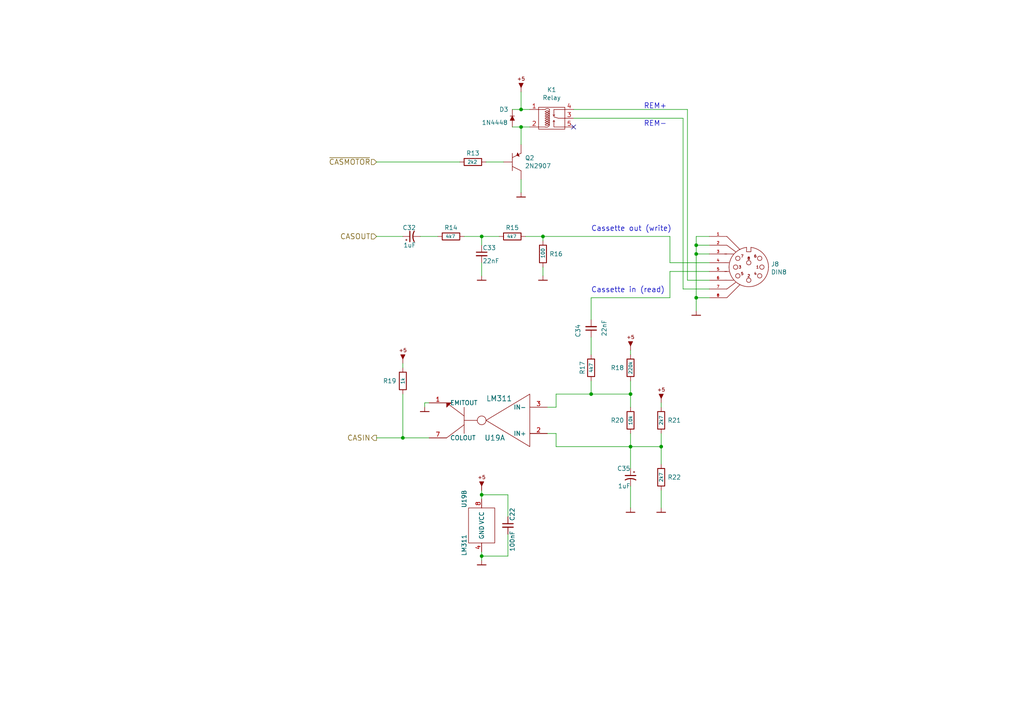
<source format=kicad_sch>
(kicad_sch (version 20211123) (generator eeschema)

  (uuid ba116096-3ccc-4cc8-a185-5325439e4e24)

  (paper "A4")

  (lib_symbols
    (symbol "artemisa:1N4448" (pin_numbers hide) (pin_names (offset 1.016)) (in_bom yes) (on_board yes)
      (property "Reference" "D" (id 0) (at 0 1.905 0)
        (effects (font (size 1.27 1.27)))
      )
      (property "Value" "1N4448" (id 1) (at 0 -1.905 0)
        (effects (font (size 1.27 1.27)))
      )
      (property "Footprint" "" (id 2) (at 1.27 0 0)
        (effects (font (size 1.524 1.524)) hide)
      )
      (property "Datasheet" "" (id 3) (at 1.27 0 0)
        (effects (font (size 1.524 1.524)) hide)
      )
      (symbol "1N4448_0_1"
        (polyline
          (pts
            (xy 0.635 0.635)
            (xy 0.635 -0.635)
          )
          (stroke (width 0) (type default) (color 0 0 0 0))
          (fill (type none))
        )
        (polyline
          (pts
            (xy -0.635 0.635)
            (xy -0.635 -0.635)
            (xy 0.635 0)
            (xy -0.635 0.635)
          )
          (stroke (width 0) (type default) (color 0 0 0 0))
          (fill (type outline))
        )
      )
      (symbol "1N4448_1_1"
        (pin passive line (at -2.54 0 0) (length 1.905)
          (name "~" (effects (font (size 1.27 1.27))))
          (number "1" (effects (font (size 1.27 1.27))))
        )
        (pin passive line (at 2.54 0 180) (length 1.905)
          (name "~" (effects (font (size 1.27 1.27))))
          (number "2" (effects (font (size 1.27 1.27))))
        )
      )
    )
    (symbol "artemisa:2N2907" (pin_numbers hide) (pin_names (offset 1.016) hide) (in_bom yes) (on_board yes)
      (property "Reference" "Q" (id 0) (at -3.81 3.81 0)
        (effects (font (size 1.27 1.27)))
      )
      (property "Value" "2N2907" (id 1) (at 2.54 0 0)
        (effects (font (size 1.27 1.27)))
      )
      (property "Footprint" "" (id 2) (at 0 0 0)
        (effects (font (size 1.524 1.524)) hide)
      )
      (property "Datasheet" "" (id 3) (at 0 0 0)
        (effects (font (size 1.524 1.524)) hide)
      )
      (symbol "2N2907_1_1"
        (polyline
          (pts
            (xy -2.54 -1.27)
            (xy 0 -2.54)
          )
          (stroke (width 0) (type default) (color 0 0 0 0))
          (fill (type none))
        )
        (polyline
          (pts
            (xy -2.54 1.27)
            (xy 0 2.54)
          )
          (stroke (width 0) (type default) (color 0 0 0 0))
          (fill (type none))
        )
        (polyline
          (pts
            (xy -2.54 2.54)
            (xy -2.54 -2.54)
          )
          (stroke (width 0) (type default) (color 0 0 0 0))
          (fill (type none))
        )
        (polyline
          (pts
            (xy -1.27 -1.905)
            (xy -1.016 -2.667)
            (xy -0.508 -1.651)
            (xy -1.27 -1.905)
          )
          (stroke (width 0) (type default) (color 0 0 0 0))
          (fill (type outline))
        )
        (pin input line (at 0 5.08 270) (length 2.54)
          (name "1C" (effects (font (size 1.27 1.27))))
          (number "1" (effects (font (size 1.27 1.27))))
        )
        (pin input line (at -5.08 0 0) (length 2.54)
          (name "B" (effects (font (size 1.27 1.27))))
          (number "2" (effects (font (size 1.27 1.27))))
        )
        (pin input line (at 0 -5.08 90) (length 2.54)
          (name "E" (effects (font (size 1.27 1.27))))
          (number "3" (effects (font (size 1.27 1.27))))
        )
      )
    )
    (symbol "artemisa:CP" (pin_numbers hide) (pin_names (offset 0.254) hide) (in_bom yes) (on_board yes)
      (property "Reference" "C" (id 0) (at 0.254 1.778 0)
        (effects (font (size 1.27 1.27)) (justify left))
      )
      (property "Value" "CP" (id 1) (at 0.254 -2.032 0)
        (effects (font (size 1.27 1.27)) (justify left))
      )
      (property "Footprint" "" (id 2) (at 0 0 0)
        (effects (font (size 1.27 1.27)) hide)
      )
      (property "Datasheet" "" (id 3) (at 0 0 0)
        (effects (font (size 1.27 1.27)) hide)
      )
      (property "ki_fp_filters" "CP_*" (id 4) (at 0 0 0)
        (effects (font (size 1.27 1.27)) hide)
      )
      (symbol "CP_0_1"
        (polyline
          (pts
            (xy -1.524 0.508)
            (xy 1.524 0.508)
          )
          (stroke (width 0.3048) (type default) (color 0 0 0 0))
          (fill (type none))
        )
        (polyline
          (pts
            (xy -1.27 1.524)
            (xy -0.762 1.524)
          )
          (stroke (width 0) (type default) (color 0 0 0 0))
          (fill (type none))
        )
        (polyline
          (pts
            (xy -1.016 1.27)
            (xy -1.016 1.778)
          )
          (stroke (width 0) (type default) (color 0 0 0 0))
          (fill (type none))
        )
        (arc (start 1.524 -0.762) (mid 0 -0.3734) (end -1.524 -0.762)
          (stroke (width 0.3048) (type default) (color 0 0 0 0))
          (fill (type none))
        )
      )
      (symbol "CP_1_1"
        (pin passive line (at 0 2.54 270) (length 2.032)
          (name "~" (effects (font (size 1.27 1.27))))
          (number "1" (effects (font (size 1.27 1.27))))
        )
        (pin passive line (at 0 -2.54 90) (length 2.032)
          (name "~" (effects (font (size 1.27 1.27))))
          (number "2" (effects (font (size 1.27 1.27))))
        )
      )
    )
    (symbol "artemisa:Cap" (pin_numbers hide) (pin_names (offset 0.254) hide) (in_bom yes) (on_board yes)
      (property "Reference" "C" (id 0) (at 0.254 1.778 0)
        (effects (font (size 1.27 1.27)) (justify left))
      )
      (property "Value" "Cap" (id 1) (at 0.254 -2.032 0)
        (effects (font (size 1.27 1.27)) (justify left))
      )
      (property "Footprint" "" (id 2) (at 0 0 0)
        (effects (font (size 1.27 1.27)) hide)
      )
      (property "Datasheet" "" (id 3) (at 0 0 0)
        (effects (font (size 1.27 1.27)) hide)
      )
      (property "ki_fp_filters" "C_*" (id 4) (at 0 0 0)
        (effects (font (size 1.27 1.27)) hide)
      )
      (symbol "Cap_0_1"
        (polyline
          (pts
            (xy -1.524 -0.508)
            (xy 1.524 -0.508)
          )
          (stroke (width 0.3302) (type default) (color 0 0 0 0))
          (fill (type none))
        )
        (polyline
          (pts
            (xy -1.524 0.508)
            (xy 1.524 0.508)
          )
          (stroke (width 0.3048) (type default) (color 0 0 0 0))
          (fill (type none))
        )
      )
      (symbol "Cap_1_1"
        (pin passive line (at 0 2.54 270) (length 2.032)
          (name "~" (effects (font (size 1.27 1.27))))
          (number "1" (effects (font (size 1.27 1.27))))
        )
        (pin passive line (at 0 -2.54 90) (length 2.032)
          (name "~" (effects (font (size 1.27 1.27))))
          (number "2" (effects (font (size 1.27 1.27))))
        )
      )
    )
    (symbol "artemisa:DIN8" (pin_names (offset 1.27) hide) (in_bom yes) (on_board yes)
      (property "Reference" "J" (id 0) (at 1.905 6.985 0)
        (effects (font (size 1.27 1.27)))
      )
      (property "Value" "DIN8" (id 1) (at 3.81 -6.985 0)
        (effects (font (size 1.27 1.27)))
      )
      (property "Footprint" "" (id 2) (at 0 0 0)
        (effects (font (size 1.27 1.27)) hide)
      )
      (property "Datasheet" "" (id 3) (at 0 0 0)
        (effects (font (size 1.27 1.27)) hide)
      )
      (symbol "DIN8_0_0"
        (polyline
          (pts
            (xy -0.635 5.715)
            (xy -0.635 4.445)
            (xy 0.635 4.445)
            (xy 0.635 5.715)
          )
          (stroke (width 0) (type default) (color 0 0 0 0))
          (fill (type none))
        )
        (text "1" (at 2.54 0 0)
          (effects (font (size 0.762 0.762)))
        )
        (text "2" (at 0 -2.54 0)
          (effects (font (size 0.762 0.762)))
        )
        (text "3" (at -2.54 0 0)
          (effects (font (size 0.762 0.762)))
        )
        (text "4" (at 1.905 -1.905 0)
          (effects (font (size 0.762 0.762)))
        )
        (text "5" (at -1.905 -1.905 0)
          (effects (font (size 0.762 0.762)))
        )
        (text "6" (at 1.905 3.175 0)
          (effects (font (size 0.762 0.762)))
        )
        (text "7" (at -1.905 3.175 0)
          (effects (font (size 0.762 0.762)))
        )
        (text "8" (at 0 2.54 0)
          (effects (font (size 0.762 0.762)))
        )
      )
      (symbol "DIN8_0_1"
        (arc (start -5.715 0) (mid 0 -5.715) (end 5.715 0)
          (stroke (width 0) (type default) (color 0 0 0 0))
          (fill (type none))
        )
        (circle (center -3.81 0) (radius 0.635)
          (stroke (width 0) (type default) (color 0 0 0 0))
          (fill (type none))
        )
        (circle (center -3.175 -2.54) (radius 0.635)
          (stroke (width 0) (type default) (color 0 0 0 0))
          (fill (type none))
        )
        (circle (center -3.175 2.54) (radius 0.635)
          (stroke (width 0) (type default) (color 0 0 0 0))
          (fill (type none))
        )
        (arc (start -0.635 5.715) (mid -4.2603 3.8255) (end -5.715 0)
          (stroke (width 0) (type default) (color 0 0 0 0))
          (fill (type none))
        )
        (circle (center 0 -3.81) (radius 0.635)
          (stroke (width 0) (type default) (color 0 0 0 0))
          (fill (type none))
        )
        (polyline
          (pts
            (xy -6.985 -3.81)
            (xy -4.445 -3.81)
          )
          (stroke (width 0) (type default) (color 0 0 0 0))
          (fill (type none))
        )
        (polyline
          (pts
            (xy -6.985 -1.27)
            (xy -5.715 -1.27)
          )
          (stroke (width 0) (type default) (color 0 0 0 0))
          (fill (type none))
        )
        (polyline
          (pts
            (xy -6.985 1.27)
            (xy -5.715 1.27)
          )
          (stroke (width 0) (type default) (color 0 0 0 0))
          (fill (type none))
        )
        (polyline
          (pts
            (xy -6.985 3.81)
            (xy -4.445 3.81)
          )
          (stroke (width 0) (type default) (color 0 0 0 0))
          (fill (type none))
        )
        (polyline
          (pts
            (xy -6.35 -8.89)
            (xy -2.54 -5.08)
          )
          (stroke (width 0) (type default) (color 0 0 0 0))
          (fill (type none))
        )
        (polyline
          (pts
            (xy -6.35 -6.35)
            (xy -3.81 -4.445)
          )
          (stroke (width 0) (type default) (color 0 0 0 0))
          (fill (type none))
        )
        (polyline
          (pts
            (xy -6.35 6.35)
            (xy -3.81 4.445)
          )
          (stroke (width 0) (type default) (color 0 0 0 0))
          (fill (type none))
        )
        (polyline
          (pts
            (xy -6.35 8.89)
            (xy -2.54 5.08)
          )
          (stroke (width 0) (type default) (color 0 0 0 0))
          (fill (type none))
        )
        (circle (center 0 1.27) (radius 0.635)
          (stroke (width 0) (type default) (color 0 0 0 0))
          (fill (type none))
        )
        (circle (center 3.175 -2.54) (radius 0.635)
          (stroke (width 0) (type default) (color 0 0 0 0))
          (fill (type none))
        )
        (circle (center 3.175 2.54) (radius 0.635)
          (stroke (width 0) (type default) (color 0 0 0 0))
          (fill (type none))
        )
        (circle (center 3.81 0) (radius 0.635)
          (stroke (width 0) (type default) (color 0 0 0 0))
          (fill (type none))
        )
        (arc (start 5.715 0) (mid 4.2698 3.8339) (end 0.635 5.715)
          (stroke (width 0) (type default) (color 0 0 0 0))
          (fill (type none))
        )
      )
      (symbol "DIN8_1_1"
        (pin input line (at -11.43 8.89 0) (length 5.08)
          (name "1" (effects (font (size 1.27 1.27))))
          (number "1" (effects (font (size 0.762 0.762))))
        )
        (pin input line (at -11.43 6.35 0) (length 5.08)
          (name "2" (effects (font (size 1.27 1.27))))
          (number "2" (effects (font (size 0.762 0.762))))
        )
        (pin input line (at -11.43 3.81 0) (length 5.08)
          (name "3" (effects (font (size 1.27 1.27))))
          (number "3" (effects (font (size 0.762 0.762))))
        )
        (pin input line (at -11.43 1.27 0) (length 5.08)
          (name "4" (effects (font (size 1.27 1.27))))
          (number "4" (effects (font (size 0.762 0.762))))
        )
        (pin input line (at -11.43 -1.27 0) (length 5.08)
          (name "5" (effects (font (size 1.27 1.27))))
          (number "5" (effects (font (size 0.762 0.762))))
        )
        (pin input line (at -11.43 -3.81 0) (length 5.08)
          (name "6" (effects (font (size 1.27 1.27))))
          (number "6" (effects (font (size 0.762 0.762))))
        )
        (pin input line (at -11.43 -6.35 0) (length 5.08)
          (name "7" (effects (font (size 1.27 1.27))))
          (number "7" (effects (font (size 0.762 0.762))))
        )
        (pin input line (at -11.43 -8.89 0) (length 5.08)
          (name "8" (effects (font (size 1.27 1.27))))
          (number "8" (effects (font (size 0.762 0.762))))
        )
      )
    )
    (symbol "artemisa:GND" (power) (pin_numbers hide) (pin_names (offset 0) hide) (in_bom yes) (on_board yes)
      (property "Reference" "#PWR" (id 0) (at 0 -2.54 0)
        (effects (font (size 1.524 1.524)) hide)
      )
      (property "Value" "GND" (id 1) (at 0 2.54 0)
        (effects (font (size 1.524 1.524)) hide)
      )
      (property "Footprint" "" (id 2) (at 0 0 0)
        (effects (font (size 1.524 1.524)) hide)
      )
      (property "Datasheet" "" (id 3) (at 0 0 0)
        (effects (font (size 1.524 1.524)) hide)
      )
      (symbol "GND_0_1"
        (polyline
          (pts
            (xy -1.27 -1.27)
            (xy 1.27 -1.27)
          )
          (stroke (width 0.254) (type default) (color 0 0 0 0))
          (fill (type none))
        )
      )
      (symbol "GND_1_1"
        (pin power_in line (at 0 0 270) (length 1.27)
          (name "GND" (effects (font (size 1.27 1.27))))
          (number "~" (effects (font (size 1.27 1.27))))
        )
      )
    )
    (symbol "artemisa:LM311" (pin_names (offset 1.016)) (in_bom yes) (on_board yes)
      (property "Reference" "U" (id 0) (at -6.35 5.08 0)
        (effects (font (size 1.524 1.524)))
      )
      (property "Value" "LM311" (id 1) (at -5.08 -6.35 0)
        (effects (font (size 1.524 1.524)))
      )
      (property "Footprint" "" (id 2) (at 0 0 0)
        (effects (font (size 1.524 1.524)) hide)
      )
      (property "Datasheet" "" (id 3) (at 0 0 0)
        (effects (font (size 1.524 1.524)) hide)
      )
      (symbol "LM311_1_1"
        (polyline
          (pts
            (xy 1.27 0)
            (xy 5.08 0)
          )
          (stroke (width 0) (type default) (color 0 0 0 0))
          (fill (type none))
        )
        (polyline
          (pts
            (xy 5.08 -1.27)
            (xy 10.16 -5.08)
          )
          (stroke (width 0) (type default) (color 0 0 0 0))
          (fill (type none))
        )
        (polyline
          (pts
            (xy 5.08 1.27)
            (xy 10.16 5.08)
          )
          (stroke (width 0) (type default) (color 0 0 0 0))
          (fill (type none))
        )
        (polyline
          (pts
            (xy 5.08 3.81)
            (xy 5.08 -3.81)
          )
          (stroke (width 0) (type default) (color 0 0 0 0))
          (fill (type none))
        )
        (polyline
          (pts
            (xy -1.27 0)
            (xy -13.97 -7.62)
            (xy -13.97 7.62)
            (xy -1.27 0)
          )
          (stroke (width 0) (type default) (color 0 0 0 0))
          (fill (type none))
        )
        (polyline
          (pts
            (xy 10.16 -5.08)
            (xy 10.16 -3.81)
            (xy 8.89 -5.08)
            (xy 10.16 -5.08)
          )
          (stroke (width 0) (type default) (color 0 0 0 0))
          (fill (type outline))
        )
        (circle (center 0 0) (radius 1.27)
          (stroke (width 0) (type default) (color 0 0 0 0))
          (fill (type none))
        )
        (pin passive line (at 15.24 -5.08 180) (length 5.08)
          (name "EMITOUT" (effects (font (size 1.27 1.27))))
          (number "1" (effects (font (size 1.27 1.27))))
        )
        (pin input line (at -19.05 3.81 0) (length 5.08)
          (name "IN+" (effects (font (size 1.27 1.27))))
          (number "2" (effects (font (size 1.27 1.27))))
        )
        (pin input line (at -19.05 -3.81 0) (length 5.08)
          (name "IN-" (effects (font (size 1.27 1.27))))
          (number "3" (effects (font (size 1.27 1.27))))
        )
        (pin no_connect line (at -13.97 -12.7 90) (length 5.08) hide
          (name "BALANCE" (effects (font (size 1.27 1.27))))
          (number "5" (effects (font (size 1.27 1.27))))
        )
        (pin no_connect line (at -13.97 12.7 270) (length 5.08) hide
          (name "BALSTRB" (effects (font (size 1.27 1.27))))
          (number "6" (effects (font (size 1.27 1.27))))
        )
        (pin output line (at 15.24 5.08 180) (length 5.08)
          (name "COLOUT" (effects (font (size 1.27 1.27))))
          (number "7" (effects (font (size 1.27 1.27))))
        )
      )
      (symbol "LM311_2_1"
        (rectangle (start -11.43 -5.08) (end -3.81 5.08)
          (stroke (width 0) (type default) (color 0 0 0 0))
          (fill (type none))
        )
        (pin power_in line (at -7.62 -7.62 90) (length 2.54)
          (name "GND" (effects (font (size 1.27 1.27))))
          (number "4" (effects (font (size 1.27 1.27))))
        )
        (pin power_in line (at -7.62 7.62 270) (length 2.54)
          (name "VCC" (effects (font (size 1.27 1.27))))
          (number "8" (effects (font (size 1.27 1.27))))
        )
      )
    )
    (symbol "artemisa:R" (pin_numbers hide) (pin_names (offset 1.016)) (in_bom yes) (on_board yes)
      (property "Reference" "R" (id 0) (at 0 -2.54 0)
        (effects (font (size 1.524 1.524)))
      )
      (property "Value" "R" (id 1) (at 0 0 0)
        (effects (font (size 1.016 1.016)))
      )
      (property "Footprint" "" (id 2) (at 0 0 90)
        (effects (font (size 1.524 1.524)) hide)
      )
      (property "Datasheet" "" (id 3) (at 0 0 90)
        (effects (font (size 1.524 1.524)) hide)
      )
      (symbol "R_1_1"
        (rectangle (start 2.54 -1.016) (end -2.54 1.016)
          (stroke (width 0.254) (type default) (color 0 0 0 0))
          (fill (type none))
        )
        (pin passive line (at -3.81 0 0) (length 1.27)
          (name "~" (effects (font (size 1.27 1.27))))
          (number "1" (effects (font (size 1.27 1.27))))
        )
        (pin passive line (at 3.81 0 180) (length 1.27)
          (name "~" (effects (font (size 1.27 1.27))))
          (number "2" (effects (font (size 1.27 1.27))))
        )
      )
    )
    (symbol "artemisa:Relay" (pin_names (offset 1.016)) (in_bom yes) (on_board yes)
      (property "Reference" "K" (id 0) (at 0 5.08 0)
        (effects (font (size 1.27 1.27)))
      )
      (property "Value" "Relay" (id 1) (at 0 -5.08 0)
        (effects (font (size 1.27 1.27)))
      )
      (property "Footprint" "" (id 2) (at 0.635 1.27 0)
        (effects (font (size 1.27 1.27)) hide)
      )
      (property "Datasheet" "" (id 3) (at 0.635 1.27 0)
        (effects (font (size 1.27 1.27)) hide)
      )
      (symbol "Relay_0_1"
        (rectangle (start -3.81 3.175) (end 3.81 -3.175)
          (stroke (width 0) (type default) (color 0 0 0 0))
          (fill (type none))
        )
        (arc (start -1.905 -2.54) (mid -1.1194 -2.5285) (end -0.635 -1.905)
          (stroke (width 0) (type default) (color 0 0 0 0))
          (fill (type none))
        )
        (arc (start -1.905 1.905) (mid -1.0575 1.7892) (end -0.635 2.54)
          (stroke (width 0) (type default) (color 0 0 0 0))
          (fill (type none))
        )
        (arc (start -0.635 1.905) (mid -1.27 2.168) (end -1.905 1.905)
          (stroke (width 0) (type default) (color 0 0 0 0))
          (fill (type none))
        )
        (arc (start -0.635 2.54) (mid -1.27 2.803) (end -1.905 2.54)
          (stroke (width 0) (type default) (color 0 0 0 0))
          (fill (type none))
        )
        (polyline
          (pts
            (xy -2.54 2.54)
            (xy -3.81 2.54)
          )
          (stroke (width 0) (type default) (color 0 0 0 0))
          (fill (type none))
        )
        (polyline
          (pts
            (xy -1.905 -2.54)
            (xy -3.81 -2.54)
          )
          (stroke (width 0) (type default) (color 0 0 0 0))
          (fill (type none))
        )
        (polyline
          (pts
            (xy -1.905 2.54)
            (xy -2.54 2.54)
          )
          (stroke (width 0) (type default) (color 0 0 0 0))
          (fill (type none))
        )
        (polyline
          (pts
            (xy 0.635 -0.635)
            (xy 0.381 -1.016)
          )
          (stroke (width 0) (type default) (color 0 0 0 0))
          (fill (type none))
        )
        (polyline
          (pts
            (xy 0.635 -0.635)
            (xy 0.889 -1.016)
          )
          (stroke (width 0) (type default) (color 0 0 0 0))
          (fill (type none))
        )
        (polyline
          (pts
            (xy 0.635 0.381)
            (xy 1.905 0)
          )
          (stroke (width 0) (type default) (color 0 0 0 0))
          (fill (type none))
        )
        (polyline
          (pts
            (xy 0.635 0.635)
            (xy 0.381 1.016)
          )
          (stroke (width 0) (type default) (color 0 0 0 0))
          (fill (type none))
        )
        (polyline
          (pts
            (xy 0.635 0.635)
            (xy 0.889 1.016)
          )
          (stroke (width 0) (type default) (color 0 0 0 0))
          (fill (type none))
        )
        (polyline
          (pts
            (xy 1.905 0)
            (xy 2.54 0)
          )
          (stroke (width 0) (type default) (color 0 0 0 0))
          (fill (type none))
        )
        (polyline
          (pts
            (xy 2.54 0)
            (xy 3.81 0)
          )
          (stroke (width 0) (type default) (color 0 0 0 0))
          (fill (type none))
        )
        (polyline
          (pts
            (xy 0.635 -0.635)
            (xy 0.635 -2.54)
            (xy 3.81 -2.54)
          )
          (stroke (width 0) (type default) (color 0 0 0 0))
          (fill (type none))
        )
        (polyline
          (pts
            (xy 0.635 0.635)
            (xy 0.635 2.54)
            (xy 3.81 2.54)
          )
          (stroke (width 0) (type default) (color 0 0 0 0))
          (fill (type none))
        )
      )
      (symbol "Relay_1_1"
        (arc (start -1.905 -1.905) (mid -1.0575 -2.0208) (end -0.635 -1.27)
          (stroke (width 0) (type default) (color 0 0 0 0))
          (fill (type none))
        )
        (arc (start -1.905 -1.27) (mid -1.0575 -1.3858) (end -0.635 -0.635)
          (stroke (width 0) (type default) (color 0 0 0 0))
          (fill (type none))
        )
        (arc (start -1.905 -0.635) (mid -1.0575 -0.7508) (end -0.635 0)
          (stroke (width 0) (type default) (color 0 0 0 0))
          (fill (type none))
        )
        (arc (start -1.905 0) (mid -1.0575 -0.1158) (end -0.635 0.635)
          (stroke (width 0) (type default) (color 0 0 0 0))
          (fill (type none))
        )
        (arc (start -1.905 0.635) (mid -1.0575 0.5192) (end -0.635 1.27)
          (stroke (width 0) (type default) (color 0 0 0 0))
          (fill (type none))
        )
        (arc (start -1.905 1.27) (mid -1.0575 1.1542) (end -0.635 1.905)
          (stroke (width 0) (type default) (color 0 0 0 0))
          (fill (type none))
        )
        (arc (start -0.635 -1.905) (mid -1.27 -1.642) (end -1.905 -1.905)
          (stroke (width 0) (type default) (color 0 0 0 0))
          (fill (type none))
        )
        (arc (start -0.635 -1.27) (mid -1.27 -1.007) (end -1.905 -1.27)
          (stroke (width 0) (type default) (color 0 0 0 0))
          (fill (type none))
        )
        (arc (start -0.635 -0.635) (mid -1.27 -0.372) (end -1.905 -0.635)
          (stroke (width 0) (type default) (color 0 0 0 0))
          (fill (type none))
        )
        (arc (start -0.635 0) (mid -1.27 0.263) (end -1.905 0)
          (stroke (width 0) (type default) (color 0 0 0 0))
          (fill (type none))
        )
        (arc (start -0.635 0.635) (mid -1.27 0.898) (end -1.905 0.635)
          (stroke (width 0) (type default) (color 0 0 0 0))
          (fill (type none))
        )
        (arc (start -0.635 1.27) (mid -1.27 1.533) (end -1.905 1.27)
          (stroke (width 0) (type default) (color 0 0 0 0))
          (fill (type none))
        )
        (pin input line (at -6.35 2.54 0) (length 2.54)
          (name "~" (effects (font (size 1.27 1.27))))
          (number "1" (effects (font (size 1.27 1.27))))
        )
        (pin input line (at -6.35 -2.54 0) (length 2.54)
          (name "~" (effects (font (size 1.27 1.27))))
          (number "2" (effects (font (size 1.27 1.27))))
        )
        (pin passive line (at 6.35 0 180) (length 2.54)
          (name "~" (effects (font (size 1.27 1.27))))
          (number "3" (effects (font (size 1.27 1.27))))
        )
        (pin passive line (at 6.35 2.54 180) (length 2.54)
          (name "~" (effects (font (size 1.27 1.27))))
          (number "4" (effects (font (size 1.27 1.27))))
        )
        (pin passive line (at 6.35 -2.54 180) (length 2.54)
          (name "~" (effects (font (size 1.27 1.27))))
          (number "5" (effects (font (size 1.27 1.27))))
        )
      )
    )
    (symbol "artemisa:VCC" (power) (pin_numbers hide) (pin_names (offset 0) hide) (in_bom yes) (on_board yes)
      (property "Reference" "#PWR" (id 0) (at 0 -1.27 0)
        (effects (font (size 1.524 1.524)) hide)
      )
      (property "Value" "VCC" (id 1) (at 0 6.35 0)
        (effects (font (size 1.524 1.524)) hide)
      )
      (property "Footprint" "" (id 2) (at 0 0 0)
        (effects (font (size 1.524 1.524)) hide)
      )
      (property "Datasheet" "" (id 3) (at 0 0 0)
        (effects (font (size 1.524 1.524)) hide)
      )
      (symbol "VCC_0_0"
        (text "+5" (at 0 3.81 0)
          (effects (font (size 1.016 1.016)))
        )
      )
      (symbol "VCC_0_1"
        (polyline
          (pts
            (xy 0 1.27)
            (xy 0.635 2.54)
            (xy -0.635 2.54)
            (xy 0 1.27)
          )
          (stroke (width 0) (type default) (color 0 0 0 0))
          (fill (type outline))
        )
      )
      (symbol "VCC_1_1"
        (pin power_in line (at 0 0 90) (length 1.27)
          (name "~" (effects (font (size 1.27 1.27))))
          (number "~" (effects (font (size 1.27 1.27))))
        )
      )
    )
  )

  (junction (at 151.13 36.83) (diameter 0) (color 0 0 0 0)
    (uuid 09c6ca89-863f-42d4-867e-9a769c316610)
  )
  (junction (at 182.88 129.54) (diameter 0) (color 0 0 0 0)
    (uuid 0a5610bb-d01a-4417-8271-dc424dd2c838)
  )
  (junction (at 139.7 143.51) (diameter 0) (color 0 0 0 0)
    (uuid 2d617fad-47fe-4db9-836a-4bceb9c31c3b)
  )
  (junction (at 151.13 31.75) (diameter 0) (color 0 0 0 0)
    (uuid 300aa512-2f66-4c26-a530-50c091b3a099)
  )
  (junction (at 139.7 161.29) (diameter 0) (color 0 0 0 0)
    (uuid 6316acb7-63a1-40e7-8695-2822d4a240b5)
  )
  (junction (at 201.93 71.12) (diameter 0) (color 0 0 0 0)
    (uuid 6b8ac91e-9d2b-49db-8a80-1da009ad1c5e)
  )
  (junction (at 182.88 114.3) (diameter 0) (color 0 0 0 0)
    (uuid 6f5a9f10-1b2c-4916-b4e5-cb5bd0f851a0)
  )
  (junction (at 116.84 127) (diameter 0) (color 0 0 0 0)
    (uuid 93ac15d8-5f91-4361-acff-be4992b93b51)
  )
  (junction (at 201.93 86.36) (diameter 0) (color 0 0 0 0)
    (uuid 9a595c4c-9ac1-4ae3-8ff3-1b7f2281a894)
  )
  (junction (at 201.93 73.66) (diameter 0) (color 0 0 0 0)
    (uuid 9b07d532-5f76-4469-8dbf-25ac27eef589)
  )
  (junction (at 139.7 68.58) (diameter 0) (color 0 0 0 0)
    (uuid c3a69550-c4fa-45d1-9aba-0bba47699cca)
  )
  (junction (at 191.77 129.54) (diameter 0) (color 0 0 0 0)
    (uuid d5f4d798-57d3-493b-b57c-3b6e89508879)
  )
  (junction (at 171.45 114.3) (diameter 0) (color 0 0 0 0)
    (uuid dd6c35f3-ae45-4706-ad6f-8028797ca8e0)
  )
  (junction (at 157.48 68.58) (diameter 0) (color 0 0 0 0)
    (uuid e0d7c1d9-102e-4758-a8b7-ff248f1ce315)
  )

  (no_connect (at 166.37 36.83) (uuid 8615dae0-65cf-4932-8e6f-9a0f32429a5e))

  (wire (pts (xy 171.45 86.36) (xy 171.45 92.71))
    (stroke (width 0) (type default) (color 0 0 0 0))
    (uuid 07652224-af43-42a2-841c-1883ba305bc4)
  )
  (wire (pts (xy 153.67 36.83) (xy 151.13 36.83))
    (stroke (width 0) (type default) (color 0 0 0 0))
    (uuid 11c7c8d4-4c4b-4330-bb59-1eec2e98b255)
  )
  (wire (pts (xy 205.74 81.28) (xy 199.39 81.28))
    (stroke (width 0) (type default) (color 0 0 0 0))
    (uuid 21573090-1953-4b11-9042-108ae79fe9c5)
  )
  (wire (pts (xy 139.7 68.58) (xy 144.78 68.58))
    (stroke (width 0) (type default) (color 0 0 0 0))
    (uuid 232ccf4f-3322-4e62-990b-290e6ff36fcd)
  )
  (wire (pts (xy 151.13 36.83) (xy 148.59 36.83))
    (stroke (width 0) (type default) (color 0 0 0 0))
    (uuid 28b01cd2-da3a-46ec-8825-b0f31a0b8987)
  )
  (wire (pts (xy 124.46 116.84) (xy 123.19 116.84))
    (stroke (width 0) (type default) (color 0 0 0 0))
    (uuid 2ba25c40-ea42-478e-9150-1d94fa1c8ae9)
  )
  (wire (pts (xy 205.74 83.82) (xy 198.12 83.82))
    (stroke (width 0) (type default) (color 0 0 0 0))
    (uuid 2cd3975a-2259-4fa9-8133-e1586b9b9618)
  )
  (wire (pts (xy 139.7 143.51) (xy 139.7 144.78))
    (stroke (width 0) (type default) (color 0 0 0 0))
    (uuid 2e36ce87-4661-4b8f-956a-16dc559e1b50)
  )
  (wire (pts (xy 152.4 68.58) (xy 157.48 68.58))
    (stroke (width 0) (type default) (color 0 0 0 0))
    (uuid 31bfc3e7-147b-4531-a0c5-e3a305c1647d)
  )
  (wire (pts (xy 182.88 110.49) (xy 182.88 114.3))
    (stroke (width 0) (type default) (color 0 0 0 0))
    (uuid 348dc703-3cab-4547-b664-e8b335a6083c)
  )
  (wire (pts (xy 151.13 36.83) (xy 151.13 41.91))
    (stroke (width 0) (type default) (color 0 0 0 0))
    (uuid 34ddb753-e57c-4ca8-a67b-d7cdf62cae93)
  )
  (wire (pts (xy 171.45 114.3) (xy 161.29 114.3))
    (stroke (width 0) (type default) (color 0 0 0 0))
    (uuid 39845449-7a31-4262-86b1-e7af14a6659f)
  )
  (wire (pts (xy 205.74 73.66) (xy 201.93 73.66))
    (stroke (width 0) (type default) (color 0 0 0 0))
    (uuid 3c121a93-b189-409b-a104-2bdd37ff0b51)
  )
  (wire (pts (xy 205.74 71.12) (xy 201.93 71.12))
    (stroke (width 0) (type default) (color 0 0 0 0))
    (uuid 3d416885-b8b5-4f5c-bc29-39c6376095e8)
  )
  (wire (pts (xy 161.29 118.11) (xy 158.75 118.11))
    (stroke (width 0) (type default) (color 0 0 0 0))
    (uuid 3f1ab70d-3263-42b5-9c61-0360188ff2b7)
  )
  (wire (pts (xy 116.84 114.3) (xy 116.84 127))
    (stroke (width 0) (type default) (color 0 0 0 0))
    (uuid 42b61d5b-39d6-462b-b2cc-57656078085f)
  )
  (wire (pts (xy 191.77 116.84) (xy 191.77 118.11))
    (stroke (width 0) (type default) (color 0 0 0 0))
    (uuid 42ecdba3-f348-4384-8d4b-cd21e56f3613)
  )
  (wire (pts (xy 139.7 76.2) (xy 139.7 80.01))
    (stroke (width 0) (type default) (color 0 0 0 0))
    (uuid 44b926bf-8bdd-4191-846d-2dfabab2cecb)
  )
  (wire (pts (xy 151.13 31.75) (xy 153.67 31.75))
    (stroke (width 0) (type default) (color 0 0 0 0))
    (uuid 46491a9d-8b3d-4c74-b09a-70c876f162e5)
  )
  (wire (pts (xy 147.32 143.51) (xy 147.32 149.86))
    (stroke (width 0) (type default) (color 0 0 0 0))
    (uuid 4688ff87-8262-46f4-ad96-b5f4e529cfa9)
  )
  (wire (pts (xy 157.48 68.58) (xy 157.48 69.85))
    (stroke (width 0) (type default) (color 0 0 0 0))
    (uuid 49488c82-6277-4d05-a051-6a9df142c373)
  )
  (wire (pts (xy 147.32 161.29) (xy 139.7 161.29))
    (stroke (width 0) (type default) (color 0 0 0 0))
    (uuid 4d3a1f72-d521-46ae-8fe1-3f8221038335)
  )
  (wire (pts (xy 205.74 68.58) (xy 201.93 68.58))
    (stroke (width 0) (type default) (color 0 0 0 0))
    (uuid 4d967454-338c-4b89-8534-9457e15bf2f2)
  )
  (wire (pts (xy 194.31 78.74) (xy 194.31 86.36))
    (stroke (width 0) (type default) (color 0 0 0 0))
    (uuid 4f2f68c4-6fa0-45ce-b5c2-e911daddcd12)
  )
  (wire (pts (xy 199.39 81.28) (xy 199.39 31.75))
    (stroke (width 0) (type default) (color 0 0 0 0))
    (uuid 53719fc4-141e-4c58-98cd-ab3bf9a4e1c0)
  )
  (wire (pts (xy 139.7 68.58) (xy 139.7 71.12))
    (stroke (width 0) (type default) (color 0 0 0 0))
    (uuid 58126faf-01a4-4f91-8e8c-ca9e47b48048)
  )
  (wire (pts (xy 182.88 101.6) (xy 182.88 102.87))
    (stroke (width 0) (type default) (color 0 0 0 0))
    (uuid 5a33f5a4-a470-4c04-9e2d-532b5f01a5d6)
  )
  (wire (pts (xy 133.35 46.99) (xy 109.22 46.99))
    (stroke (width 0) (type default) (color 0 0 0 0))
    (uuid 5a397f61-35c4-4c18-9dcd-73a2d44cc9af)
  )
  (wire (pts (xy 151.13 31.75) (xy 148.59 31.75))
    (stroke (width 0) (type default) (color 0 0 0 0))
    (uuid 5bbde4f9-fcdb-4d27-a2d6-3847fcdd87ba)
  )
  (wire (pts (xy 140.97 46.99) (xy 146.05 46.99))
    (stroke (width 0) (type default) (color 0 0 0 0))
    (uuid 5cff09b0-b3d4-41a7-a6a4-7f917b40eda9)
  )
  (wire (pts (xy 194.31 68.58) (xy 194.31 76.2))
    (stroke (width 0) (type default) (color 0 0 0 0))
    (uuid 5eedf685-0df3-4da8-aded-0e6ed1cb2507)
  )
  (wire (pts (xy 121.92 68.58) (xy 127 68.58))
    (stroke (width 0) (type default) (color 0 0 0 0))
    (uuid 63286bbb-78a3-4368-a50a-f6bf5f1653b0)
  )
  (wire (pts (xy 161.29 125.73) (xy 158.75 125.73))
    (stroke (width 0) (type default) (color 0 0 0 0))
    (uuid 692d87e9-6b70-46cc-9c78-b75193a484cc)
  )
  (wire (pts (xy 139.7 160.02) (xy 139.7 161.29))
    (stroke (width 0) (type default) (color 0 0 0 0))
    (uuid 6ce41a48-c5e2-4d5f-8548-1c7b5c309a8a)
  )
  (wire (pts (xy 191.77 129.54) (xy 191.77 134.62))
    (stroke (width 0) (type default) (color 0 0 0 0))
    (uuid 6d7ff8c0-8a2a-4636-844f-c7210ff3e6f2)
  )
  (wire (pts (xy 198.12 83.82) (xy 198.12 34.29))
    (stroke (width 0) (type default) (color 0 0 0 0))
    (uuid 70abf340-8b3e-403e-a5e2-d8f35caa2f87)
  )
  (wire (pts (xy 182.88 129.54) (xy 182.88 135.89))
    (stroke (width 0) (type default) (color 0 0 0 0))
    (uuid 74012f9c-57f0-452a-9ea1-1e3437e264b8)
  )
  (wire (pts (xy 182.88 114.3) (xy 171.45 114.3))
    (stroke (width 0) (type default) (color 0 0 0 0))
    (uuid 7d2eba81-aa80-4257-a5a7-9a6179da897e)
  )
  (wire (pts (xy 198.12 34.29) (xy 166.37 34.29))
    (stroke (width 0) (type default) (color 0 0 0 0))
    (uuid 7de6564c-7ad6-4d57-a54c-8d2835ff5cdc)
  )
  (wire (pts (xy 201.93 68.58) (xy 201.93 71.12))
    (stroke (width 0) (type default) (color 0 0 0 0))
    (uuid 7eb32ed1-4320-49ba-8487-1c88e4824fe3)
  )
  (wire (pts (xy 116.84 105.41) (xy 116.84 106.68))
    (stroke (width 0) (type default) (color 0 0 0 0))
    (uuid 83e349fb-6338-43f9-ad3f-2e7f4b8bb4a9)
  )
  (wire (pts (xy 139.7 142.24) (xy 139.7 143.51))
    (stroke (width 0) (type default) (color 0 0 0 0))
    (uuid 843b53af-dd34-4db8-aa6b-5035b25affc7)
  )
  (wire (pts (xy 157.48 68.58) (xy 194.31 68.58))
    (stroke (width 0) (type default) (color 0 0 0 0))
    (uuid 90fd611c-300b-48cf-a7c4-0d604953cd00)
  )
  (wire (pts (xy 151.13 52.07) (xy 151.13 55.88))
    (stroke (width 0) (type default) (color 0 0 0 0))
    (uuid 91c82043-0b26-427f-b23c-6094224ddfc2)
  )
  (wire (pts (xy 139.7 143.51) (xy 147.32 143.51))
    (stroke (width 0) (type default) (color 0 0 0 0))
    (uuid 92bd1111-b941-4c03-b7ec-a08a9359bc50)
  )
  (wire (pts (xy 201.93 86.36) (xy 201.93 90.17))
    (stroke (width 0) (type default) (color 0 0 0 0))
    (uuid 94c3d0e3-d7fb-421d-bbb4-5c800d76c809)
  )
  (wire (pts (xy 134.62 68.58) (xy 139.7 68.58))
    (stroke (width 0) (type default) (color 0 0 0 0))
    (uuid 9e136ac4-5d28-4814-9ebf-c30c372bc2ec)
  )
  (wire (pts (xy 191.77 125.73) (xy 191.77 129.54))
    (stroke (width 0) (type default) (color 0 0 0 0))
    (uuid 9f4abbc0-6ac3-48f0-b823-2c1c19349540)
  )
  (wire (pts (xy 205.74 86.36) (xy 201.93 86.36))
    (stroke (width 0) (type default) (color 0 0 0 0))
    (uuid a26bdee6-0e16-4ea6-87f7-fb32c714896e)
  )
  (wire (pts (xy 171.45 114.3) (xy 171.45 110.49))
    (stroke (width 0) (type default) (color 0 0 0 0))
    (uuid a6706c54-6a82-42d1-a6c9-48341690e19d)
  )
  (wire (pts (xy 161.29 129.54) (xy 161.29 125.73))
    (stroke (width 0) (type default) (color 0 0 0 0))
    (uuid aa0466c6-766f-4bb4-abf1-502a6a06f91d)
  )
  (wire (pts (xy 191.77 129.54) (xy 182.88 129.54))
    (stroke (width 0) (type default) (color 0 0 0 0))
    (uuid aae6bc05-6036-4fc6-8be7-c70daf5c8932)
  )
  (wire (pts (xy 201.93 73.66) (xy 201.93 86.36))
    (stroke (width 0) (type default) (color 0 0 0 0))
    (uuid b547dd70-2ea7-4cfd-a1ee-911561975d81)
  )
  (wire (pts (xy 147.32 154.94) (xy 147.32 161.29))
    (stroke (width 0) (type default) (color 0 0 0 0))
    (uuid b66731e7-61d5-4447-bf6a-e91a62b82298)
  )
  (wire (pts (xy 123.19 116.84) (xy 123.19 118.11))
    (stroke (width 0) (type default) (color 0 0 0 0))
    (uuid b7ac5cea-ed28-4028-87d0-45e58c709cf1)
  )
  (wire (pts (xy 171.45 86.36) (xy 194.31 86.36))
    (stroke (width 0) (type default) (color 0 0 0 0))
    (uuid b8e1a8b8-63f0-4e53-a6cb-c8edf9a649c4)
  )
  (wire (pts (xy 182.88 114.3) (xy 182.88 118.11))
    (stroke (width 0) (type default) (color 0 0 0 0))
    (uuid bde3f73b-f869-498d-a8d7-18346cb7179e)
  )
  (wire (pts (xy 171.45 102.87) (xy 171.45 97.79))
    (stroke (width 0) (type default) (color 0 0 0 0))
    (uuid bf8d857b-70bf-41ee-a068-5771461e04e9)
  )
  (wire (pts (xy 157.48 77.47) (xy 157.48 80.01))
    (stroke (width 0) (type default) (color 0 0 0 0))
    (uuid c20aea50-e9e4-4978-b938-d613d445aab7)
  )
  (wire (pts (xy 199.39 31.75) (xy 166.37 31.75))
    (stroke (width 0) (type default) (color 0 0 0 0))
    (uuid c5565d96-c729-4597-a74f-7f75befcc39d)
  )
  (wire (pts (xy 139.7 161.29) (xy 139.7 162.56))
    (stroke (width 0) (type default) (color 0 0 0 0))
    (uuid c56bbebe-0c9a-418d-911e-b8ba7c53125d)
  )
  (wire (pts (xy 201.93 71.12) (xy 201.93 73.66))
    (stroke (width 0) (type default) (color 0 0 0 0))
    (uuid c7f7bd58-1ebd-40fd-a39d-a95530a751b6)
  )
  (wire (pts (xy 151.13 26.67) (xy 151.13 31.75))
    (stroke (width 0) (type default) (color 0 0 0 0))
    (uuid cdfb661b-489b-4b76-99f4-62b92bb1ab18)
  )
  (wire (pts (xy 182.88 140.97) (xy 182.88 147.32))
    (stroke (width 0) (type default) (color 0 0 0 0))
    (uuid d1441985-7b63-4bf8-a06d-c70da2e3b78b)
  )
  (wire (pts (xy 161.29 114.3) (xy 161.29 118.11))
    (stroke (width 0) (type default) (color 0 0 0 0))
    (uuid d2db53d0-2821-4ebe-bf21-b864eac8ca44)
  )
  (wire (pts (xy 182.88 129.54) (xy 161.29 129.54))
    (stroke (width 0) (type default) (color 0 0 0 0))
    (uuid d6040293-95f0-436a-938c-ad69875a4be8)
  )
  (wire (pts (xy 124.46 127) (xy 116.84 127))
    (stroke (width 0) (type default) (color 0 0 0 0))
    (uuid df5c9f6b-a62e-44ba-997f-b2cf3279c7d4)
  )
  (wire (pts (xy 116.84 68.58) (xy 109.22 68.58))
    (stroke (width 0) (type default) (color 0 0 0 0))
    (uuid e4184668-3bdd-4cb2-a053-4f3d5e57b541)
  )
  (wire (pts (xy 191.77 142.24) (xy 191.77 147.32))
    (stroke (width 0) (type default) (color 0 0 0 0))
    (uuid e4504518-96e7-4c9e-8457-7273f5a490f1)
  )
  (wire (pts (xy 182.88 125.73) (xy 182.88 129.54))
    (stroke (width 0) (type default) (color 0 0 0 0))
    (uuid ea28e946-b74f-4ba8-ac7b-b1884c5e7296)
  )
  (wire (pts (xy 109.22 127) (xy 116.84 127))
    (stroke (width 0) (type default) (color 0 0 0 0))
    (uuid f284b1e2-75a4-4a3f-a5f4-6f05f15fb4f5)
  )
  (wire (pts (xy 194.31 76.2) (xy 205.74 76.2))
    (stroke (width 0) (type default) (color 0 0 0 0))
    (uuid fc4f0835-889b-4d2e-876e-ca524c79ae62)
  )
  (wire (pts (xy 205.74 78.74) (xy 194.31 78.74))
    (stroke (width 0) (type default) (color 0 0 0 0))
    (uuid fe4869dc-e96e-4bb4-a38d-2ca990635f2d)
  )

  (text "Cassette in (read)" (at 171.45 85.09 0)
    (effects (font (size 1.524 1.524)) (justify left bottom))
    (uuid 37657eee-b379-4145-b65d-79c82b53e49e)
  )
  (text "Cassette out (write)" (at 171.45 67.31 0)
    (effects (font (size 1.524 1.524)) (justify left bottom))
    (uuid 7668b629-abd6-4e14-be84-df90ae487fc6)
  )
  (text "REM+" (at 186.69 31.75 0)
    (effects (font (size 1.524 1.524)) (justify left bottom))
    (uuid dff67d5c-d976-4516-ae67-dbbdb70f8ddd)
  )
  (text "REM-" (at 186.69 36.83 0)
    (effects (font (size 1.524 1.524)) (justify left bottom))
    (uuid f6dcb5b4-0971-448a-b9ab-6db37a750704)
  )

  (hierarchical_label "CASOUT" (shape input) (at 109.22 68.58 180)
    (effects (font (size 1.524 1.524)) (justify right))
    (uuid 7274c82d-0cb9-47de-b093-7d848f491410)
  )
  (hierarchical_label "CASIN" (shape output) (at 109.22 127 180)
    (effects (font (size 1.524 1.524)) (justify right))
    (uuid acb6c3f3-e677-4f35-9fc2-138ba10f33af)
  )
  (hierarchical_label "~{CASMOTOR}" (shape input) (at 109.22 46.99 180)
    (effects (font (size 1.524 1.524)) (justify right))
    (uuid ea745685-58a4-4364-a674-15381eadb187)
  )

  (symbol (lib_id "artemisa:CP") (at 119.38 68.58 90) (unit 1)
    (in_bom yes) (on_board yes)
    (uuid 00000000-0000-0000-0000-00005b11a155)
    (property "Reference" "C32" (id 0) (at 120.65 66.04 90)
      (effects (font (size 1.27 1.27)) (justify left))
    )
    (property "Value" "1uF" (id 1) (at 120.65 71.12 90)
      (effects (font (size 1.27 1.27)) (justify left))
    )
    (property "Footprint" "artemisa:Radial_capacitor" (id 2) (at 119.38 68.58 0)
      (effects (font (size 1.27 1.27)) hide)
    )
    (property "Datasheet" "" (id 3) (at 119.38 68.58 0)
      (effects (font (size 1.27 1.27)) hide)
    )
    (pin "1" (uuid 931b2192-b16b-4ebe-b929-3a8ff8451b32))
    (pin "2" (uuid 52a0f0b5-ecc7-4927-b13c-0655c9a7b663))
  )

  (symbol (lib_id "artemisa:R") (at 130.81 68.58 180) (unit 1)
    (in_bom yes) (on_board yes)
    (uuid 00000000-0000-0000-0000-00005b11a1ea)
    (property "Reference" "R14" (id 0) (at 130.81 66.04 0))
    (property "Value" "4k7" (id 1) (at 132.08 68.58 0)
      (effects (font (size 0.9906 0.9906)) (justify left))
    )
    (property "Footprint" "artemisa:Axial_resistor" (id 2) (at 130.81 68.58 0)
      (effects (font (size 1.27 1.27)) hide)
    )
    (property "Datasheet" "" (id 3) (at 130.81 68.58 0)
      (effects (font (size 1.27 1.27)) hide)
    )
    (pin "1" (uuid da8c55c6-63df-473c-9e1e-fdce7c38b264))
    (pin "2" (uuid 7d646651-5aef-453f-ad93-710225b27da3))
  )

  (symbol (lib_id "artemisa:Cap") (at 139.7 73.66 0) (unit 1)
    (in_bom yes) (on_board yes)
    (uuid 00000000-0000-0000-0000-00005b11a2b9)
    (property "Reference" "C33" (id 0) (at 139.954 71.882 0)
      (effects (font (size 1.27 1.27)) (justify left))
    )
    (property "Value" "22nF" (id 1) (at 139.954 75.692 0)
      (effects (font (size 1.27 1.27)) (justify left))
    )
    (property "Footprint" "artemisa:Disc_capacitor" (id 2) (at 139.7 73.66 0)
      (effects (font (size 1.27 1.27)) hide)
    )
    (property "Datasheet" "" (id 3) (at 139.7 73.66 0)
      (effects (font (size 1.27 1.27)) hide)
    )
    (pin "1" (uuid 24217754-65f8-4058-9ca8-8216e58d0e1a))
    (pin "2" (uuid 8a32e254-34b1-4b9c-b7a4-13d903135be2))
  )

  (symbol (lib_id "artemisa:R") (at 148.59 68.58 180) (unit 1)
    (in_bom yes) (on_board yes)
    (uuid 00000000-0000-0000-0000-00005b11a382)
    (property "Reference" "R15" (id 0) (at 148.59 66.04 0))
    (property "Value" "4k7" (id 1) (at 149.86 68.58 0)
      (effects (font (size 0.9906 0.9906)) (justify left))
    )
    (property "Footprint" "artemisa:Axial_resistor" (id 2) (at 148.59 68.58 0)
      (effects (font (size 1.27 1.27)) hide)
    )
    (property "Datasheet" "" (id 3) (at 148.59 68.58 0)
      (effects (font (size 1.27 1.27)) hide)
    )
    (pin "1" (uuid 374c4568-f98c-4a3b-bfa7-14b15a7f3bfc))
    (pin "2" (uuid f01efdb1-881c-40a2-bc25-404d9fd4e172))
  )

  (symbol (lib_id "artemisa:R") (at 157.48 73.66 90) (unit 1)
    (in_bom yes) (on_board yes)
    (uuid 00000000-0000-0000-0000-00005b11a3ca)
    (property "Reference" "R16" (id 0) (at 161.29 73.66 90))
    (property "Value" "100" (id 1) (at 157.48 74.93 0)
      (effects (font (size 0.9906 0.9906)) (justify left))
    )
    (property "Footprint" "artemisa:Axial_resistor" (id 2) (at 157.48 73.66 0)
      (effects (font (size 1.27 1.27)) hide)
    )
    (property "Datasheet" "" (id 3) (at 157.48 73.66 0)
      (effects (font (size 1.27 1.27)) hide)
    )
    (pin "1" (uuid 17f53ec4-9be0-4fb0-9a99-672dccf27e8c))
    (pin "2" (uuid 149c923d-6bfb-4443-928c-8ce70b045d32))
  )

  (symbol (lib_id "artemisa:LM311") (at 139.7 121.92 180) (unit 1)
    (in_bom yes) (on_board yes)
    (uuid 00000000-0000-0000-0000-00005b13bc96)
    (property "Reference" "U19" (id 0) (at 143.51 127 0)
      (effects (font (size 1.524 1.524)))
    )
    (property "Value" "LM311" (id 1) (at 144.78 115.57 0)
      (effects (font (size 1.524 1.524)))
    )
    (property "Footprint" "artemisa:DIP-8_300" (id 2) (at 139.7 121.92 0)
      (effects (font (size 1.524 1.524)) hide)
    )
    (property "Datasheet" "" (id 3) (at 139.7 121.92 0)
      (effects (font (size 1.524 1.524)) hide)
    )
    (pin "1" (uuid d70c9649-607c-492f-b96e-fec63efe12b2))
    (pin "2" (uuid 1a788a85-8753-4a48-9586-79783ab77965))
    (pin "3" (uuid 966da41f-7bd6-4c80-bba8-83d73a7d684a))
    (pin "5" (uuid fe1fc527-60b6-4641-947d-42c4e081bc8b))
    (pin "6" (uuid e3e04a0c-a620-4d6e-aba5-7ac3eec49805))
    (pin "7" (uuid 04e7ba59-3bd7-4a62-a1c4-ba759fe84e42))
    (pin "4" (uuid c7d36c0c-447d-4f81-acf5-154b24f35764))
    (pin "8" (uuid 4205cfbe-85cf-40b7-8336-10edf324d3ef))
  )

  (symbol (lib_id "artemisa:R") (at 116.84 110.49 270) (mirror x) (unit 1)
    (in_bom yes) (on_board yes)
    (uuid 00000000-0000-0000-0000-00005b13bdd4)
    (property "Reference" "R19" (id 0) (at 113.03 110.49 90))
    (property "Value" "1k" (id 1) (at 116.84 110.49 0)
      (effects (font (size 0.9906 0.9906)))
    )
    (property "Footprint" "artemisa:Axial_resistor" (id 2) (at 116.84 110.49 0)
      (effects (font (size 1.27 1.27)) hide)
    )
    (property "Datasheet" "" (id 3) (at 116.84 110.49 0)
      (effects (font (size 1.27 1.27)) hide)
    )
    (pin "1" (uuid 0a098971-8170-4313-af7d-cc4b35a48563))
    (pin "2" (uuid 9b821643-0a09-4ed0-af40-76467a90d5d5))
  )

  (symbol (lib_id "artemisa:R") (at 182.88 121.92 90) (mirror x) (unit 1)
    (in_bom yes) (on_board yes)
    (uuid 00000000-0000-0000-0000-00005b13c12f)
    (property "Reference" "R20" (id 0) (at 179.07 121.92 90))
    (property "Value" "10k" (id 1) (at 182.88 121.92 0)
      (effects (font (size 0.9906 0.9906)))
    )
    (property "Footprint" "artemisa:Axial_resistor" (id 2) (at 182.88 121.92 0)
      (effects (font (size 1.27 1.27)) hide)
    )
    (property "Datasheet" "" (id 3) (at 182.88 121.92 0)
      (effects (font (size 1.27 1.27)) hide)
    )
    (pin "1" (uuid 7dd06ec4-8687-438c-a075-5ce3cb2e7cf5))
    (pin "2" (uuid 137a7213-3484-4517-87fb-445aeea88cde))
  )

  (symbol (lib_id "artemisa:CP") (at 182.88 138.43 0) (mirror y) (unit 1)
    (in_bom yes) (on_board yes)
    (uuid 00000000-0000-0000-0000-00005b13c2f1)
    (property "Reference" "C35" (id 0) (at 182.88 135.89 0)
      (effects (font (size 1.27 1.27)) (justify left))
    )
    (property "Value" "1uF" (id 1) (at 182.88 140.97 0)
      (effects (font (size 1.27 1.27)) (justify left))
    )
    (property "Footprint" "artemisa:Radial_capacitor" (id 2) (at 182.88 138.43 0)
      (effects (font (size 1.27 1.27)) hide)
    )
    (property "Datasheet" "" (id 3) (at 182.88 138.43 0)
      (effects (font (size 1.27 1.27)) hide)
    )
    (pin "1" (uuid ebe815b7-18d0-4f85-a3fd-baf51bc8a06b))
    (pin "2" (uuid 9c429131-c48d-422f-b3a3-3c1346e015ad))
  )

  (symbol (lib_id "artemisa:R") (at 191.77 121.92 270) (mirror x) (unit 1)
    (in_bom yes) (on_board yes)
    (uuid 00000000-0000-0000-0000-00005b13c484)
    (property "Reference" "R21" (id 0) (at 195.58 121.92 90))
    (property "Value" "2k7" (id 1) (at 191.77 121.92 0)
      (effects (font (size 0.9906 0.9906)))
    )
    (property "Footprint" "artemisa:Axial_resistor" (id 2) (at 191.77 121.92 0)
      (effects (font (size 1.27 1.27)) hide)
    )
    (property "Datasheet" "" (id 3) (at 191.77 121.92 0)
      (effects (font (size 1.27 1.27)) hide)
    )
    (pin "1" (uuid 0c32414a-c8c9-4d57-bcbb-7a32976a7918))
    (pin "2" (uuid 8e194a28-9dfb-415a-b20c-ce4bfa149fb2))
  )

  (symbol (lib_id "artemisa:R") (at 191.77 138.43 270) (mirror x) (unit 1)
    (in_bom yes) (on_board yes)
    (uuid 00000000-0000-0000-0000-00005b13c501)
    (property "Reference" "R22" (id 0) (at 195.58 138.43 90))
    (property "Value" "2k7" (id 1) (at 191.77 138.43 0)
      (effects (font (size 0.9906 0.9906)))
    )
    (property "Footprint" "artemisa:Axial_resistor" (id 2) (at 191.77 138.43 0)
      (effects (font (size 1.27 1.27)) hide)
    )
    (property "Datasheet" "" (id 3) (at 191.77 138.43 0)
      (effects (font (size 1.27 1.27)) hide)
    )
    (pin "1" (uuid afc218b4-6ce8-4742-9485-86399056c336))
    (pin "2" (uuid 57a1dffe-23ec-4be5-9261-f41914073183))
  )

  (symbol (lib_id "artemisa:Cap") (at 171.45 95.25 0) (mirror x) (unit 1)
    (in_bom yes) (on_board yes)
    (uuid 00000000-0000-0000-0000-00005b13c72e)
    (property "Reference" "C34" (id 0) (at 167.64 93.98 90)
      (effects (font (size 1.27 1.27)) (justify left))
    )
    (property "Value" "22nF" (id 1) (at 175.26 92.71 90)
      (effects (font (size 1.27 1.27)) (justify left))
    )
    (property "Footprint" "artemisa:Disc_capacitor" (id 2) (at 171.45 95.25 0)
      (effects (font (size 1.27 1.27)) hide)
    )
    (property "Datasheet" "" (id 3) (at 171.45 95.25 0)
      (effects (font (size 1.27 1.27)) hide)
    )
    (pin "1" (uuid 1aba87f5-7751-4be0-b597-73a1c5598236))
    (pin "2" (uuid 78cb5347-98db-40d1-8eea-cf17a6cf7a4d))
  )

  (symbol (lib_id "artemisa:R") (at 171.45 106.68 90) (mirror x) (unit 1)
    (in_bom yes) (on_board yes)
    (uuid 00000000-0000-0000-0000-00005b13cba2)
    (property "Reference" "R17" (id 0) (at 168.91 106.68 0))
    (property "Value" "4k7" (id 1) (at 171.45 106.68 0)
      (effects (font (size 0.9906 0.9906)))
    )
    (property "Footprint" "artemisa:Axial_resistor" (id 2) (at 171.45 106.68 0)
      (effects (font (size 1.27 1.27)) hide)
    )
    (property "Datasheet" "" (id 3) (at 171.45 106.68 0)
      (effects (font (size 1.27 1.27)) hide)
    )
    (pin "1" (uuid e117b9a3-4868-45c7-860c-7a0459b0683b))
    (pin "2" (uuid dda26709-9540-42e6-9c7d-1d0e3f87b317))
  )

  (symbol (lib_id "artemisa:R") (at 182.88 106.68 270) (mirror x) (unit 1)
    (in_bom yes) (on_board yes)
    (uuid 00000000-0000-0000-0000-00005b13cc4b)
    (property "Reference" "R18" (id 0) (at 179.07 106.68 90))
    (property "Value" "220k" (id 1) (at 182.88 106.68 0)
      (effects (font (size 0.9906 0.9906)))
    )
    (property "Footprint" "artemisa:Axial_resistor" (id 2) (at 182.88 106.68 0)
      (effects (font (size 1.27 1.27)) hide)
    )
    (property "Datasheet" "" (id 3) (at 182.88 106.68 0)
      (effects (font (size 1.27 1.27)) hide)
    )
    (pin "1" (uuid 4b9d9aff-3881-4ae0-ae0f-4cf8718674dd))
    (pin "2" (uuid 457053ac-d2d0-480f-bbde-95135ea25497))
  )

  (symbol (lib_id "artemisa:VCC") (at 116.84 105.41 0) (unit 1)
    (in_bom yes) (on_board yes)
    (uuid 00000000-0000-0000-0000-00005c2dc4c4)
    (property "Reference" "#PWR0122" (id 0) (at 116.84 106.68 0)
      (effects (font (size 1.524 1.524)) hide)
    )
    (property "Value" "VCC" (id 1) (at 116.84 99.06 0)
      (effects (font (size 1.524 1.524)) hide)
    )
    (property "Footprint" "" (id 2) (at 116.84 105.41 0)
      (effects (font (size 1.524 1.524)) hide)
    )
    (property "Datasheet" "" (id 3) (at 116.84 105.41 0)
      (effects (font (size 1.524 1.524)) hide)
    )
    (pin "~" (uuid e843c0d8-b84e-4163-9e56-4cc72182e39a))
  )

  (symbol (lib_id "artemisa:VCC") (at 191.77 116.84 0) (unit 1)
    (in_bom yes) (on_board yes)
    (uuid 00000000-0000-0000-0000-00005c2dc552)
    (property "Reference" "#PWR0123" (id 0) (at 191.77 118.11 0)
      (effects (font (size 1.524 1.524)) hide)
    )
    (property "Value" "VCC" (id 1) (at 191.77 110.49 0)
      (effects (font (size 1.524 1.524)) hide)
    )
    (property "Footprint" "" (id 2) (at 191.77 116.84 0)
      (effects (font (size 1.524 1.524)) hide)
    )
    (property "Datasheet" "" (id 3) (at 191.77 116.84 0)
      (effects (font (size 1.524 1.524)) hide)
    )
    (pin "~" (uuid 3896d8e3-13c4-4e01-a766-927ff0202f2b))
  )

  (symbol (lib_id "artemisa:VCC") (at 182.88 101.6 0) (unit 1)
    (in_bom yes) (on_board yes)
    (uuid 00000000-0000-0000-0000-00005c2dc58e)
    (property "Reference" "#PWR0121" (id 0) (at 182.88 102.87 0)
      (effects (font (size 1.524 1.524)) hide)
    )
    (property "Value" "VCC" (id 1) (at 182.88 95.25 0)
      (effects (font (size 1.524 1.524)) hide)
    )
    (property "Footprint" "" (id 2) (at 182.88 101.6 0)
      (effects (font (size 1.524 1.524)) hide)
    )
    (property "Datasheet" "" (id 3) (at 182.88 101.6 0)
      (effects (font (size 1.524 1.524)) hide)
    )
    (pin "~" (uuid d92e57a2-5431-49a8-b156-075b98e57e52))
  )

  (symbol (lib_id "artemisa:GND") (at 201.93 90.17 0) (unit 1)
    (in_bom yes) (on_board yes)
    (uuid 00000000-0000-0000-0000-00005c2dc5d0)
    (property "Reference" "#PWR0120" (id 0) (at 201.93 92.71 0)
      (effects (font (size 1.524 1.524)) hide)
    )
    (property "Value" "GND" (id 1) (at 201.93 87.63 0)
      (effects (font (size 1.524 1.524)) hide)
    )
    (property "Footprint" "" (id 2) (at 201.93 90.17 0)
      (effects (font (size 1.524 1.524)) hide)
    )
    (property "Datasheet" "" (id 3) (at 201.93 90.17 0)
      (effects (font (size 1.524 1.524)) hide)
    )
    (pin "~" (uuid 42431c3c-d404-476a-ab39-67c4ebc4b409))
  )

  (symbol (lib_id "artemisa:GND") (at 123.19 118.11 0) (unit 1)
    (in_bom yes) (on_board yes)
    (uuid 00000000-0000-0000-0000-00005c2dc6ba)
    (property "Reference" "#PWR0124" (id 0) (at 123.19 120.65 0)
      (effects (font (size 1.524 1.524)) hide)
    )
    (property "Value" "GND" (id 1) (at 123.19 115.57 0)
      (effects (font (size 1.524 1.524)) hide)
    )
    (property "Footprint" "" (id 2) (at 123.19 118.11 0)
      (effects (font (size 1.524 1.524)) hide)
    )
    (property "Datasheet" "" (id 3) (at 123.19 118.11 0)
      (effects (font (size 1.524 1.524)) hide)
    )
    (pin "~" (uuid 00cf998a-a93b-44fd-a69a-31879d451d5c))
  )

  (symbol (lib_id "artemisa:GND") (at 182.88 147.32 0) (unit 1)
    (in_bom yes) (on_board yes)
    (uuid 00000000-0000-0000-0000-00005c2dc6e5)
    (property "Reference" "#PWR0125" (id 0) (at 182.88 149.86 0)
      (effects (font (size 1.524 1.524)) hide)
    )
    (property "Value" "GND" (id 1) (at 182.88 144.78 0)
      (effects (font (size 1.524 1.524)) hide)
    )
    (property "Footprint" "" (id 2) (at 182.88 147.32 0)
      (effects (font (size 1.524 1.524)) hide)
    )
    (property "Datasheet" "" (id 3) (at 182.88 147.32 0)
      (effects (font (size 1.524 1.524)) hide)
    )
    (pin "~" (uuid b1963135-4b74-43e8-9957-bccbc74407af))
  )

  (symbol (lib_id "artemisa:GND") (at 191.77 147.32 0) (unit 1)
    (in_bom yes) (on_board yes)
    (uuid 00000000-0000-0000-0000-00005c2dc710)
    (property "Reference" "#PWR0126" (id 0) (at 191.77 149.86 0)
      (effects (font (size 1.524 1.524)) hide)
    )
    (property "Value" "GND" (id 1) (at 191.77 144.78 0)
      (effects (font (size 1.524 1.524)) hide)
    )
    (property "Footprint" "" (id 2) (at 191.77 147.32 0)
      (effects (font (size 1.524 1.524)) hide)
    )
    (property "Datasheet" "" (id 3) (at 191.77 147.32 0)
      (effects (font (size 1.524 1.524)) hide)
    )
    (pin "~" (uuid aa8de8f4-81c7-4340-b57a-e29b4bba9044))
  )

  (symbol (lib_id "artemisa:GND") (at 139.7 80.01 0) (unit 1)
    (in_bom yes) (on_board yes)
    (uuid 00000000-0000-0000-0000-00005c2dcc78)
    (property "Reference" "#PWR0118" (id 0) (at 139.7 82.55 0)
      (effects (font (size 1.524 1.524)) hide)
    )
    (property "Value" "GND" (id 1) (at 139.7 77.47 0)
      (effects (font (size 1.524 1.524)) hide)
    )
    (property "Footprint" "" (id 2) (at 139.7 80.01 0)
      (effects (font (size 1.524 1.524)) hide)
    )
    (property "Datasheet" "" (id 3) (at 139.7 80.01 0)
      (effects (font (size 1.524 1.524)) hide)
    )
    (pin "~" (uuid 06114002-5a85-4c69-99bb-78375bc85542))
  )

  (symbol (lib_id "artemisa:GND") (at 157.48 80.01 0) (unit 1)
    (in_bom yes) (on_board yes)
    (uuid 00000000-0000-0000-0000-00005c2dcca3)
    (property "Reference" "#PWR0119" (id 0) (at 157.48 82.55 0)
      (effects (font (size 1.524 1.524)) hide)
    )
    (property "Value" "GND" (id 1) (at 157.48 77.47 0)
      (effects (font (size 1.524 1.524)) hide)
    )
    (property "Footprint" "" (id 2) (at 157.48 80.01 0)
      (effects (font (size 1.524 1.524)) hide)
    )
    (property "Datasheet" "" (id 3) (at 157.48 80.01 0)
      (effects (font (size 1.524 1.524)) hide)
    )
    (pin "~" (uuid ec0d6334-b79d-4f7a-b010-14175ae76639))
  )

  (symbol (lib_id "artemisa:DIN8") (at 217.17 77.47 0) (unit 1)
    (in_bom yes) (on_board yes)
    (uuid 00000000-0000-0000-0000-00005c3aed09)
    (property "Reference" "J8" (id 0) (at 223.5962 76.6064 0)
      (effects (font (size 1.27 1.27)) (justify left))
    )
    (property "Value" "DIN8" (id 1) (at 223.5962 78.9178 0)
      (effects (font (size 1.27 1.27)) (justify left))
    )
    (property "Footprint" "artemisa:DIN8" (id 2) (at 217.17 77.47 0)
      (effects (font (size 1.27 1.27)) hide)
    )
    (property "Datasheet" "" (id 3) (at 217.17 77.47 0)
      (effects (font (size 1.27 1.27)) hide)
    )
    (pin "1" (uuid 43b23daf-d608-4350-bf79-4c6f2f9112a0))
    (pin "2" (uuid 39914c8f-a638-4a5b-b724-6333c70faf11))
    (pin "3" (uuid cac9229c-7b32-4b01-95ef-e7c9af14b791))
    (pin "4" (uuid d2d8b90f-1cc3-46b8-ae12-2efddeab106a))
    (pin "5" (uuid 4fd71c9f-fda7-44dc-a730-71f9a293687a))
    (pin "6" (uuid f049ccda-80da-4a79-bdbd-120ab1cbdd64))
    (pin "7" (uuid 85b30a72-2286-4f4b-9644-be52d496f960))
    (pin "8" (uuid ce6fab27-0c0a-45c5-b304-bedf2a2363ca))
  )

  (symbol (lib_id "artemisa:Relay") (at 160.02 34.29 0) (unit 1)
    (in_bom yes) (on_board yes)
    (uuid 00000000-0000-0000-0000-00005d20e168)
    (property "Reference" "K1" (id 0) (at 160.02 26.035 0))
    (property "Value" "Relay" (id 1) (at 160.02 28.3464 0))
    (property "Footprint" "artemisa:Relay" (id 2) (at 160.655 33.02 0)
      (effects (font (size 1.27 1.27)) hide)
    )
    (property "Datasheet" "" (id 3) (at 160.655 33.02 0)
      (effects (font (size 1.27 1.27)) hide)
    )
    (pin "1" (uuid eaa51897-930a-4f8d-a8ef-555c39f2a2a9))
    (pin "2" (uuid c98d36b8-9034-4cc3-842e-e855c4c8d2d2))
    (pin "3" (uuid 906b5f7a-936d-45b9-9540-4d3934a93429))
    (pin "4" (uuid c6e0a66c-1a0d-4a98-bcfd-2d9fcc773fcc))
    (pin "5" (uuid 5b945d17-5db9-4f27-954f-2f26254feeb9))
  )

  (symbol (lib_id "artemisa:VCC") (at 151.13 26.67 0) (unit 1)
    (in_bom yes) (on_board yes)
    (uuid 00000000-0000-0000-0000-00005d212e29)
    (property "Reference" "#PWR0116" (id 0) (at 151.13 27.94 0)
      (effects (font (size 1.524 1.524)) hide)
    )
    (property "Value" "VCC" (id 1) (at 151.13 20.32 0)
      (effects (font (size 1.524 1.524)) hide)
    )
    (property "Footprint" "" (id 2) (at 151.13 26.67 0)
      (effects (font (size 1.524 1.524)) hide)
    )
    (property "Datasheet" "" (id 3) (at 151.13 26.67 0)
      (effects (font (size 1.524 1.524)) hide)
    )
    (pin "~" (uuid 076e6292-e03c-4264-8e1a-38fc388ff7ba))
  )

  (symbol (lib_id "artemisa:1N4448") (at 148.59 34.29 90) (unit 1)
    (in_bom yes) (on_board yes)
    (uuid 00000000-0000-0000-0000-00005d214902)
    (property "Reference" "D3" (id 0) (at 144.78 31.75 90)
      (effects (font (size 1.27 1.27)) (justify right))
    )
    (property "Value" "1N4448" (id 1) (at 139.7 35.56 90)
      (effects (font (size 1.27 1.27)) (justify right))
    )
    (property "Footprint" "artemisa:Axial_diode" (id 2) (at 148.59 33.02 0)
      (effects (font (size 1.524 1.524)) hide)
    )
    (property "Datasheet" "" (id 3) (at 148.59 33.02 0)
      (effects (font (size 1.524 1.524)) hide)
    )
    (pin "1" (uuid 058f45a1-dd8e-4168-b397-fb3e1bc2348f))
    (pin "2" (uuid 60e57f7a-b7c2-462d-8ea4-3cfe65fa213f))
  )

  (symbol (lib_id "artemisa:R") (at 137.16 46.99 180) (unit 1)
    (in_bom yes) (on_board yes)
    (uuid 00000000-0000-0000-0000-00005d21a3e1)
    (property "Reference" "R13" (id 0) (at 137.16 44.45 0))
    (property "Value" "2k2" (id 1) (at 138.43 46.99 0)
      (effects (font (size 0.9906 0.9906)) (justify left))
    )
    (property "Footprint" "artemisa:Axial_resistor" (id 2) (at 137.16 46.99 0)
      (effects (font (size 1.27 1.27)) hide)
    )
    (property "Datasheet" "" (id 3) (at 137.16 46.99 0)
      (effects (font (size 1.27 1.27)) hide)
    )
    (pin "1" (uuid a28caf18-fdd6-4a0c-871f-ca6a401f0fb2))
    (pin "2" (uuid c3ff307f-501b-4398-bfbe-c3dbcec3c80e))
  )

  (symbol (lib_id "artemisa:GND") (at 151.13 55.88 0) (unit 1)
    (in_bom yes) (on_board yes)
    (uuid 00000000-0000-0000-0000-00005d21f398)
    (property "Reference" "#PWR0117" (id 0) (at 151.13 58.42 0)
      (effects (font (size 1.524 1.524)) hide)
    )
    (property "Value" "GND" (id 1) (at 151.13 53.34 0)
      (effects (font (size 1.524 1.524)) hide)
    )
    (property "Footprint" "" (id 2) (at 151.13 55.88 0)
      (effects (font (size 1.524 1.524)) hide)
    )
    (property "Datasheet" "" (id 3) (at 151.13 55.88 0)
      (effects (font (size 1.524 1.524)) hide)
    )
    (pin "~" (uuid 7c047bc0-9e6e-464e-8bc2-a129de6017bb))
  )

  (symbol (lib_id "artemisa:2N2907") (at 151.13 46.99 0) (mirror x) (unit 1)
    (in_bom yes) (on_board yes)
    (uuid 00000000-0000-0000-0000-00005d26e046)
    (property "Reference" "Q2" (id 0) (at 152.2476 45.8216 0)
      (effects (font (size 1.27 1.27)) (justify left))
    )
    (property "Value" "2N2907" (id 1) (at 152.2476 48.133 0)
      (effects (font (size 1.27 1.27)) (justify left))
    )
    (property "Footprint" "artemisa:TO92" (id 2) (at 151.13 46.99 0)
      (effects (font (size 1.524 1.524)) hide)
    )
    (property "Datasheet" "" (id 3) (at 151.13 46.99 0)
      (effects (font (size 1.524 1.524)) hide)
    )
    (pin "1" (uuid 896232b1-e057-4484-b9cd-53ea18de7753))
    (pin "2" (uuid 1fa53ba4-9572-4824-9c7a-49a94b999a8e))
    (pin "3" (uuid 8e1c7203-9931-4994-8c3c-15dd9e303d95))
  )

  (symbol (lib_id "artemisa:LM311") (at 147.32 152.4 0) (unit 2)
    (in_bom yes) (on_board yes)
    (uuid 00000000-0000-0000-0000-0000608c2121)
    (property "Reference" "U19" (id 0) (at 134.62 147.32 90)
      (effects (font (size 1.27 1.27)) (justify left))
    )
    (property "Value" "LM311" (id 1) (at 134.62 161.29 90)
      (effects (font (size 1.27 1.27)) (justify left))
    )
    (property "Footprint" "artemisa:DIP-8_300" (id 2) (at 147.32 152.4 0)
      (effects (font (size 1.524 1.524)) hide)
    )
    (property "Datasheet" "" (id 3) (at 147.32 152.4 0)
      (effects (font (size 1.524 1.524)) hide)
    )
    (pin "1" (uuid db88ec96-ede5-4e8a-8ed4-226875331dce))
    (pin "2" (uuid b6f0eb07-7559-4374-8da4-b06e37c90bed))
    (pin "3" (uuid f444c869-826a-412a-8ee2-ace2cfb0d9f5))
    (pin "5" (uuid 40440c3a-78b1-41ee-9ba0-84f9716dffc0))
    (pin "6" (uuid dd718582-fe3d-466c-b539-4fd2ee4cec5b))
    (pin "7" (uuid 816f2134-debb-4a16-a562-2231dc5c7a98))
    (pin "4" (uuid dd47cbe3-ce37-4721-a15f-85bb741a8695))
    (pin "8" (uuid 472e94c0-a898-4fa7-9e12-6667bf6d7653))
  )

  (symbol (lib_id "artemisa:GND") (at 139.7 162.56 0) (unit 1)
    (in_bom yes) (on_board yes)
    (uuid 00000000-0000-0000-0000-0000608c2131)
    (property "Reference" "#PWR0168" (id 0) (at 139.7 165.1 0)
      (effects (font (size 1.524 1.524)) hide)
    )
    (property "Value" "GND" (id 1) (at 139.7 160.02 0)
      (effects (font (size 1.524 1.524)) hide)
    )
    (property "Footprint" "" (id 2) (at 139.7 162.56 0)
      (effects (font (size 1.524 1.524)) hide)
    )
    (property "Datasheet" "" (id 3) (at 139.7 162.56 0)
      (effects (font (size 1.524 1.524)) hide)
    )
    (pin "~" (uuid b1c1658a-b5eb-4cbd-8b0a-0e4623ded71c))
  )

  (symbol (lib_id "artemisa:VCC") (at 139.7 142.24 0) (unit 1)
    (in_bom yes) (on_board yes)
    (uuid 00000000-0000-0000-0000-0000608c2137)
    (property "Reference" "#PWR0169" (id 0) (at 139.7 143.51 0)
      (effects (font (size 1.524 1.524)) hide)
    )
    (property "Value" "VCC" (id 1) (at 139.7 135.89 0)
      (effects (font (size 1.524 1.524)) hide)
    )
    (property "Footprint" "" (id 2) (at 139.7 142.24 0)
      (effects (font (size 1.524 1.524)) hide)
    )
    (property "Datasheet" "" (id 3) (at 139.7 142.24 0)
      (effects (font (size 1.524 1.524)) hide)
    )
    (pin "~" (uuid ba230946-da30-4214-9869-1b25f9030225))
  )

  (symbol (lib_id "artemisa:Cap") (at 147.32 152.4 0) (unit 1)
    (in_bom yes) (on_board yes)
    (uuid 00000000-0000-0000-0000-0000608c213d)
    (property "Reference" "C22" (id 0) (at 148.59 151.13 90)
      (effects (font (size 1.27 1.27)) (justify left))
    )
    (property "Value" "100nF" (id 1) (at 148.59 160.02 90)
      (effects (font (size 1.27 1.27)) (justify left))
    )
    (property "Footprint" "artemisa:Disc_capacitor" (id 2) (at 147.32 152.4 0)
      (effects (font (size 1.27 1.27)) hide)
    )
    (property "Datasheet" "" (id 3) (at 147.32 152.4 0)
      (effects (font (size 1.27 1.27)) hide)
    )
    (pin "1" (uuid 0532a8d5-8c20-4738-8798-6e073ed5a8f0))
    (pin "2" (uuid d1feff21-7eba-4b15-8720-b52f55c0ca51))
  )
)

</source>
